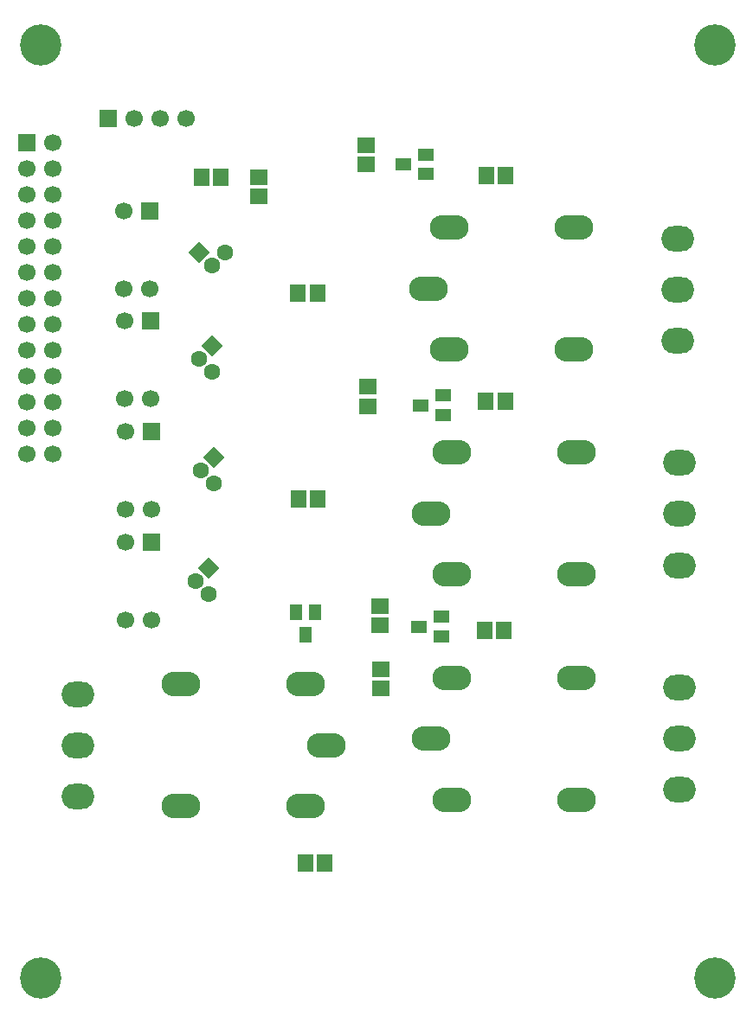
<source format=gbr>
G04 DipTrace 3.0.0.1*
G04 TopMask.gbr*
%MOIN*%
G04 #@! TF.FileFunction,Soldermask,Top*
G04 #@! TF.Part,Single*
%AMOUTLINE1*5,1,4,0,0,0.082002,-90.0*%
%AMOUTLINE4*5,1,4,0,0,0.082002,-179.999998*%
%ADD42C,0.159449*%
%ADD49R,0.047244X0.062992*%
%ADD51R,0.062992X0.047244*%
%ADD53R,0.066929X0.059055*%
%ADD55C,0.062992*%
%ADD57C,0.066929*%
%ADD59C,0.066929*%
%ADD61R,0.066929X0.066929*%
%ADD63R,0.059055X0.066929*%
%ADD65O,0.149606X0.094488*%
%ADD67O,0.125984X0.098425*%
%ADD73OUTLINE1*%
%ADD76OUTLINE4*%
%FSLAX26Y26*%
G04*
G70*
G90*
G75*
G01*
G04 TopMask*
%LPD*%
D67*
X2998163Y3394370D3*
Y3197520D3*
Y3000670D3*
X3005525Y2530433D3*
Y2333583D3*
Y2136732D3*
X3006431Y1666549D3*
Y1469698D3*
Y1272848D3*
X688832Y1244252D3*
Y1441103D3*
Y1637953D3*
D42*
X3141864Y4141746D3*
X3141851Y545551D3*
X545538Y545565D3*
X545656Y4141732D3*
D65*
X2040026Y3202100D3*
X2120026Y2967100D3*
Y3437100D3*
X2600026D3*
Y2967100D3*
X2048294Y2335433D3*
X2128294Y2100433D3*
Y2570433D3*
X2608294D3*
Y2100433D3*
X2048032Y1468504D3*
X2128032Y1233504D3*
Y1703504D3*
X2608032D3*
Y1233504D3*
X1647900Y1443307D3*
X1567900Y1678307D3*
Y1208307D3*
X1087900D3*
Y1678307D3*
D63*
X2262599Y3638714D3*
X2337402D3*
X2260893Y2767323D3*
X2335696D3*
X2256299Y1886221D3*
X2331103D3*
X1565223Y989895D3*
X1640026D3*
D61*
X492257Y3766011D3*
D59*
X592257D3*
X492257Y3666011D3*
X592257D3*
X492257Y3566011D3*
X592257D3*
X492257Y3466011D3*
X592257D3*
X492257Y3366011D3*
X592257D3*
X492257Y3266011D3*
X592257D3*
X492257Y3166011D3*
X592257D3*
X492257Y3066011D3*
X592257D3*
X492257Y2966011D3*
X592257D3*
X492257Y2866011D3*
X592257D3*
X492257Y2766011D3*
X592257D3*
X492257Y2666011D3*
X592257D3*
X492257Y2566011D3*
X592257D3*
D61*
X967192Y3501575D3*
D57*
X867192D3*
Y3201575D3*
X967192D3*
D61*
X971260Y3077297D3*
D57*
X871260D3*
Y2777297D3*
X971260D3*
D61*
X971916Y2652625D3*
D57*
X871916D3*
Y2352625D3*
X971916D3*
D61*
X974410Y2225984D3*
D57*
X874410D3*
Y1925984D3*
X974410D3*
D55*
X1255250Y3343439D3*
X1205250Y3293439D3*
D73*
X1155250Y3343439D3*
D55*
X1207481Y2882809D3*
X1157481Y2932809D3*
D76*
X1207481Y2982809D3*
D55*
X1212008Y2450460D3*
X1162008Y2500460D3*
D76*
X1212008Y2550460D3*
D55*
X1192520Y2025591D3*
X1142520Y2075591D3*
D76*
X1192520Y2125591D3*
D63*
X1166273Y3631496D3*
X1241076D3*
D53*
X1799738Y3681628D3*
Y3756431D3*
X1385433Y3633465D3*
Y3558662D3*
X1806168Y2824803D3*
Y2750000D3*
D63*
X1612730Y3186483D3*
X1537927D3*
D53*
X1854593Y1903675D3*
Y1978478D3*
D63*
X1613386Y2392126D3*
X1538583D3*
D53*
X1855250Y1735958D3*
Y1661155D3*
D51*
X2030709Y3644226D3*
X1944095Y3681628D3*
X2030709Y3719029D3*
X2097638Y2716011D3*
X2011024Y2753412D3*
X2097638Y2790814D3*
X2089108Y1862336D3*
X2002494Y1899738D3*
X2089108Y1937139D3*
D49*
X1604200Y1954200D3*
X1566798Y1867586D3*
X1529397Y1954200D3*
D61*
X807874Y3857218D3*
D59*
X907874D3*
X1007874D3*
X1107874D3*
M02*

</source>
